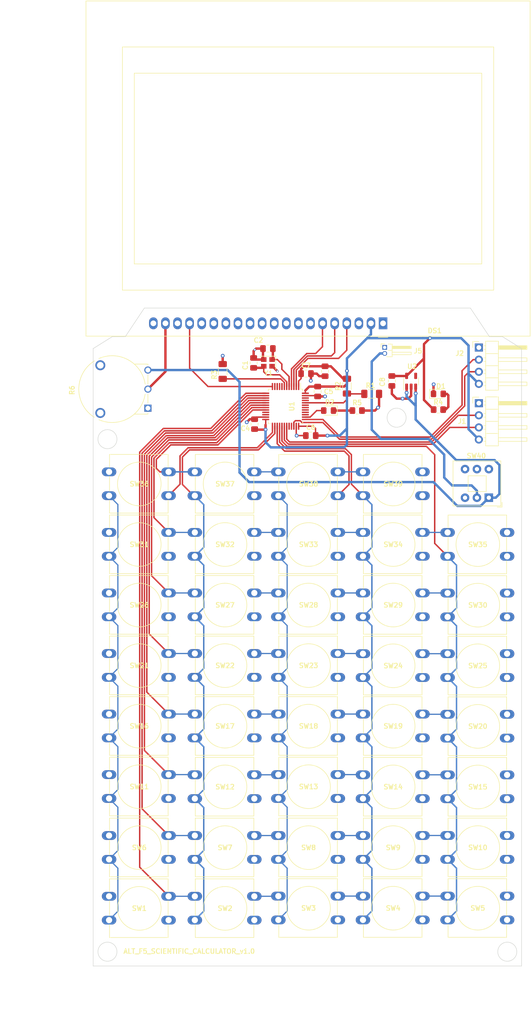
<source format=kicad_pcb>
(kicad_pcb (version 20221018) (generator pcbnew)
  (layers (0 "F.Cu" signal) (31 "B.Cu" signal) (34 "B.Paste" user) (35 "F.Paste" user) (36 "B.SilkS" user "B.Silkscreen") (37 "F.SilkS" user "F.Silkscreen") (38 "B.Mask" user) (39 "F.Mask" user) (44 "Edge.Cuts" user))
  (net 0 "")
  (net 1 "row0")
  (net 2 "row1")
  (net 3 "row2")
  (net 4 "row3")
  (net 5 "row4")
  (net 6 "row5")
  (net 7 "row7")
  (net 8 "col0")
  (net 9 "col1")
  (net 10 "col2")
  (net 11 "col3")
  (net 12 "col4")
  (net 13 "Net-(U1-PF1)")
  (net 14 "Net-(U1-PF0)")
  (net 15 "3.3V")
  (net 17 "RS")
  (net 18 "RW")
  (net 19 "E")
  (net 29 "RST")
  (net 31 "Net-(DS1-BLA)")
  (net 32 "row6")
  (net 39 "Net-(U1-BOOT0)")
  (net 40 "Net-(U1-NRST)")
  (net 50 "Net-(D1-A)")
  (net 51 "Net-(D2-A)")
  (net 52 "Net-(J1-Pin_3)")
  (net 53 "Net-(J1-Pin_2)")
  (net 54 "Net-(J2-Pin_3)")
  (net 55 "Net-(J2-Pin_2)")
  (net 56 "Net-(D2-K)")
  (net 58 "4.2V")
  (net 59 "/BATT")
  (net 61 "GND")
  (footprint "Resistor_SMD:R_1206_3216Metric_Pad1.30x1.75mm_HandSolder" (layer "F.Cu") (at 117.672258 116.5825 -90)
    (fp_text reference "R2")
    (fp_text value "0")
  )
  (footprint "Connector_PinHeader_1.27mm:PinHeader_1x02_P1.27mm_Horizontal" (layer "F.Cu") (at 125.61 108.4575)
    (fp_text reference "J5")
    (fp_text value "PWR")
  )
  (footprint "Capacitor_SMD:C_0805_2012Metric_Pad1.18x1.45mm_HandSolder" (layer "F.Cu") (at 101.072258 108.7075 180)
    (fp_text reference "C2")
    (fp_text value "20pF")
  )
  (footprint "Display:ST7920_128x64" (layer "F.Cu") (at 125.26 103.4075)
    (fp_text reference "DS1")
    (fp_text value "ST7920")
  )
  (footprint "Button_Switch_THT:SW_PUSH-12mm" (layer "F.Cu") (at 85.715 223.5825)
    (fp_text reference "SW2")
    (fp_text value "SW_Push")
  )
  (footprint "Capacitor_SMD:C_0805_2012Metric_Pad1.18x1.45mm_HandSolder" (layer "F.Cu") (at 127.11 115.495 -90)
    (fp_text reference "C8")
    (fp_text value "1uF")
  )
  (footprint "Button_Switch_THT:SW_PUSH-12mm" (layer "F.Cu") (at 138.82 159.985356)
    (fp_text reference "SW30")
    (fp_text value "SW_Push")
  )
  (footprint "Button_Switch_THT:SW_PUSH-12mm" (layer "F.Cu") (at 103.26 223.5425)
    (fp_text reference "SW3")
    (fp_text value "SW_Push")
  )
  (footprint "Button_Switch_THT:SW_PUSH-12mm" (layer "F.Cu") (at 121.04 147.2625)
    (fp_text reference "SW34")
    (fp_text value "SW_Push")
  )
  (footprint "Button_Switch_THT:SW_PUSH-12mm" (layer "F.Cu") (at 85.715 134.5625)
    (fp_text reference "SW37")
    (fp_text value "SW_Push")
  )
  (footprint "Button_Switch_THT:SW_PUSH-12mm" (layer "F.Cu") (at 138.82 223.5425)
    (fp_text reference "SW5")
    (fp_text value "SW_Push")
  )
  (footprint "Button_Switch_THT:SW_PUSH-12mm" (layer "F.Cu") (at 85.715 185.3625)
    (fp_text reference "SW17")
    (fp_text value "SW_Push")
  )
  (footprint "Capacitor_SMD:C_0805_2012Metric_Pad1.18x1.45mm_HandSolder" (layer "F.Cu") (at 98.272258 124.5575 90)
    (fp_text reference "C4")
    (fp_text value "100pF")
  )
  (footprint "Button_Switch_THT:SW_PUSH-12mm" (layer "F.Cu") (at 103.26 210.8425)
    (fp_text reference "SW8")
    (fp_text value "SW_Push")
  )
  (footprint "Button_Switch_THT:SW_PUSH-12mm" (layer "F.Cu") (at 85.715 147.2625)
    (fp_text reference "SW32")
    (fp_text value "SW_Push")
  )
  (footprint "Package_QFP:LQFP-48_7x7mm_P0.5mm" (layer "F.Cu") (at 104.772258 120.8275 -90)
    (fp_text reference "U1")
    (fp_text value "STM32F302CCTx")
  )
  (footprint "Capacitor_SMD:C_0805_2012Metric_Pad1.18x1.45mm_HandSolder" (layer "F.Cu") (at 110.072258 126.9575 180)
    (fp_text reference "C6")
    (fp_text value "100pF")
  )
  (footprint "Button_Switch_THT:SW_PUSH-12mm" (layer "F.Cu") (at 67.7 198.0625)
    (fp_text reference "SW11")
    (fp_text value "SW_Push")
  )
  (footprint "Button_Switch_THT:SW_Push_2P2T_Toggle_CK_PVA2OAH5xxxxxxV2" (layer "F.Cu") (at 147.4825 139.985 180)
    (fp_text reference "SW40")
    (fp_text value "SW_SPDT" hide)
  )
  (footprint "Connector_PinHeader_2.54mm:PinHeader_1x04_P2.54mm_Horizontal" (layer "F.Cu") (at 145.386 108.4875)
    (fp_text reference "J2")
    (fp_text value "SWD")
  )
  (footprint "Button_Switch_THT:SW_PUSH-12mm" (layer "F.Cu") (at 138.82 198.11964)
    (fp_text reference "SW15")
    (fp_text value "SW_Push")
  )
  (footprint "Resistor_SMD:R_1206_3216Metric_Pad1.30x1.75mm_HandSolder" (layer "F.Cu") (at 91.572258 113.5075 -90)
    (fp_text reference "R3")
    (fp_text value "0")
  )
  (footprint "Button_Switch_THT:SW_PUSH-12mm" (layer "F.Cu") (at 67.7 159.9625)
    (fp_text reference "SW26")
    (fp_text value "SW_Push")
  )
  (footprint "Resistor_SMD:R_1206_3216Metric_Pad1.30x1.75mm_HandSolder" (layer "F.Cu") (at 122.872258 118.2075)
    (fp_text reference "R1")
    (fp_text value "10K")
  )
  (footprint "Capacitor_SMD:C_0805_2012Metric_Pad1.18x1.45mm_HandSolder" (layer "F.Cu") (at 111.522258 117.7075 -90)
    (fp_text reference "C5")
    (fp_text value "100pF")
  )
  (footprint "Button_Switch_THT:SW_PUSH-12mm" (layer "F.Cu") (at 121.04 223.5425)
    (fp_text reference "SW4")
    (fp_text value "SW_Push")
  )
  (footprint "Button_Switch_THT:SW_PUSH-12mm" (layer "F.Cu") (at 103.26 172.6625)
    (fp_text reference "SW23")
    (fp_text value "SW_Push")
  )
  (footprint "Button_Switch_THT:SW_PUSH-12mm" (layer "F.Cu") (at 121.04 159.9625)
    (fp_text reference "SW29")
    (fp_text value "SW_Push")
  )
  (footprint "Button_Switch_THT:SW_PUSH-12mm" (layer "F.Cu") (at 121.04 185.3625)
    (fp_text reference "SW19")
    (fp_text value "SW_Push")
  )
  (footprint "Resistor_SMD:R_0805_2012Metric_Pad1.20x1.40mm_HandSolder" (layer "F.Cu") (at 119.822258 121.7075)
    (fp_text reference "R5")
    (fp_text value "330")
  )
  (footprint "Capacitor_SMD:C_0805_2012Metric_Pad1.18x1.45mm_HandSolder" (layer "F.Cu") (at 109.072258 113.9575)
    (fp_text reference "C7")
    (fp_text value "100pF")
  )
  (footprint "Button_Switch_THT:SW_PUSH-12mm" (layer "F.Cu") (at 67.7 172.6625)
    (fp_text reference "SW21")
    (fp_text value "SW_Push")
  )
  (footprint "Button_Switch_THT:SW_PUSH-12mm" (layer "F.Cu") (at 103.26 147.2625)
    (fp_text reference "SW33")
    (fp_text value "SW_Push")
  )
  (footprint "Capacitor_SMD:C_0805_2012Metric_Pad1.18x1.45mm_HandSolder" (layer "F.Cu") (at 98.072258 111.7075 90)
    (fp_text reference "C1")
    (fp_text value "20pF")
  )
  (footprint "Capacitor_SMD:C_0805_2012Metric_Pad1.18x1.45mm_HandSolder" (layer "F.Cu") (at 113.072258 113.4575 -90)
    (fp_text reference "C3" hide)
    (fp_text value "4uF")
  )
  (footprint "Button_Switch_THT:SW_PUSH-12mm" (layer "F.Cu") (at 85.715 198.1025)
    (fp_text reference "SW12")
    (fp_text value "SW_Push")
  )
  (footprint "Button_Switch_THT:SW_PUSH-12mm" (layer "F.Cu") (at 67.7 210.8425)
    (fp_text reference "SW6")
    (fp_text value "SW_Push")
  )
  (footprint "Connector_PinHeader_2.54mm:PinHeader_1x04_P2.54mm_Horizontal" (layer "F.Cu") (at 145.386 120.1615)
    (fp_text reference "J1")
    (fp_text value "UART" hide)
  )
  (footprint "Button_Switch_THT:SW_PUSH-12mm" (layer "F.Cu") (at 85.715 210.8425)
    (fp_text reference "SW7")
    (fp_text value "SW_Push")
  )
  (footprint "Button_Switch_THT:SW_PUSH-12mm" (layer "F.Cu") (at 103.26 134.5625)
    (fp_text reference "SW38")
    (fp_text value "SW_Push")
  )
  (footprint "Button_Switch_THT:SW_PUSH-12mm" (layer "F.Cu") (at 103.26 159.9625)
    (fp_text reference "SW28")
    (fp_text value "SW_Push")
  )
  (footprint "Button_Switch_THT:SW_PUSH-12mm" (layer "F.Cu") (at 85.715 172.6625)
    (fp_text reference "SW22")
    (fp_text value "SW_Push")
  )
  (footprint "LED_SMD:LED_0805_2012Metric_Pad1.15x1.40mm_HandSolder" (layer "F.Cu") (at 136.88575 118.2055)
    (fp_text reference "D1")
    (fp_text value "PWR_LED")
  )
  (footprint "Button_Switch_THT:SW_PUSH-12mm" (layer "F.Cu") (at 67.7 223.5825)
    (fp_text reference "SW1")
    (fp_text value "SW_Push")
  )
  (footprint "Resistor_SMD:R_0805_2012Metric_Pad1.20x1.40mm_HandSolder" (layer "F.Cu") (at 136.88575 121.5075)
    (fp_text reference "R4")
    (fp_text value "330")
  )
  (footprint "Button_Switch_THT:SW_PUSH-12mm" (layer "F.Cu") (at 138.82 147.273928)
    (fp_text reference "SW35")
    (fp_text value "SW_Push")
  )
  (footprint "Button_Switch_THT:SW_PUSH-12mm" (layer "F.Cu") (at 121.04 198.1025)
    (fp_text reference "SW14")
    (fp_text value "SW_Push")
  )
  (footprint "Button_Switch_THT:SW_PUSH-12mm" (layer "F.Cu") (at 121.04 134.5625)
    (fp_text reference "SW39")
    (fp_text value "SW_Push")
  )
  (footprint "Button_Switch_THT:SW_PUSH-12mm" (layer "F.Cu") (at 121.04 172.7025)
    (fp_text reference "SW24")
    (fp_text value "SW_Push")
  )
  (footprint "Button_Switch_THT:SW_PUSH-12mm" (layer "F.Cu") (at 67.7 147.2625)
    (fp_text reference "SW31")
    (fp_text value "SW_Push")
  )
  (footprint "POT:TRIM_RV100F-30-4K1B-B10K-B301" (layer "F.Cu") (at 68.36 117.2075 90)
    (fp_text reference "R6")
    (fp_text value "RV100F-30-4K1B-B10K-B301" hide)
  )
  (footprint "Button_Switch_THT:SW_PUSH-12mm" (layer "F.Cu") (at 85.715 159.9625)
    (fp_text reference "SW27")
    (fp_text value "SW_Push")
  )
  (footprint "Button_Switch_THT:SW_PUSH-12mm" (layer "F.Cu") (at 138.82 185.408212)
    (fp_text reference "SW20")
    (fp_text value "SW_Push")
  )
  (footprint "LED_SMD:LED_0805_2012Metric_Pad1.15x1.40mm_HandSolder" (layer "F.Cu") (at 113.822258 121.7075 180)
    (fp_text reference "D2")
    (fp_text value "STATUS_LED")
  )
  (footprint "Package_TO_SOT_SMD:SOT-23-5" (layer "F.Cu") (at 131.16 115.57 90)
    (fp_text reference "U2")
    (fp_text value "SPX3819M5-L-3-3")
  )
  (footprint "Button_Switch_THT:SW_PUSH-12mm" (layer "F.Cu") (at 67.7 134.5625)
    (fp_text reference "SW36")
    (fp_text value "SW_Push")
  )
  (footprint "Button_Switch_THT:SW_PUSH-12mm" (layer "F.Cu") (at 121.04 210.8425)
    (fp_text reference "SW9")
    (fp_text value "SW_Push")
  )
  (footprint "Button_Switch_THT:SW_PUSH-12mm" (layer "F.Cu") (at 103.26 185.3625)
    (fp_text reference "SW18")
    (fp_text value "SW_Push")
  )
  (footprint "Button_Switch_THT:SW_PUSH-12mm" (layer "F.Cu") (at 103.26 198.0625)
    (fp_text reference "SW13")
    (fp_text value "SW_Push")
  )
  (footprint "Button_Switch_THT:SW_PUSH-12mm" (layer "F.Cu") (at 138.82 210.831068)
    (fp_text reference "SW10")
    (fp_text value "SW_Push")
  )
  (footprint "Button_Switch_THT:SW_PUSH-12mm" (layer "F.Cu") (at 138.82 172.696784)
    (fp_text reference "SW25")
    (fp_text value "SW_Push")
  )
  (footprint "Crystal:Crystal_SMD_2520-4Pin_2.5x2.0mm" (layer "F.Cu") (at 101.072258 111.7075 180)
    (fp_text reference "Y1")
    (fp_text value "32MHz")
  )
  (footprint "Button_Switch_THT:SW_PUSH-12mm" (layer "F.Cu") (at 67.7 185.3625)
    (fp_text reference "SW16")
    (fp_text value "SW_Push")
  )
  (gr_circle (center 67.36 235.2075) (end 69.36 235.2075) (stroke (width 0.1)) (fill none) (layer "Edge.Cuts"))
  (gr_line (start 147.61 106.2075) (end 143.61 100.2075) (stroke (width 0.1)) (layer "Edge.Cuts"))
  (gr_circle (center 67.36 127.7075) (end 69.36 127.7075) (stroke (width 0.1)) (fill none) (layer "Edge.Cuts"))
  (gr_line (start 143.61 100.2075) (end 75.11 100.2075) (stroke (width 0.1)) (layer "Edge.Cuts"))
  (gr_line (start 154.36 108.7075) (end 150.36 106.2075) (stroke (width 0.1)) (layer "Edge.Cuts"))
  (gr_line (start 64.36 108.7075) (end 64.36 238.2075) (stroke (width 0.1)) (layer "Edge.Cuts"))
  (gr_line (start 64.36 238.2075) (end 154.36 238.2075) (stroke (width 0.1)) (layer "Edge.Cuts"))
  (gr_circle (center 128.11 123.2075) (end 130.11 123.2075) (stroke (width 0.1)) (fill none) (layer "Edge.Cuts"))
  (gr_line (start 147.61 106.2075) (end 150.36 106.2075) (stroke (width 0.1)) (layer "Edge.Cuts"))
  (gr_line (start 71.11 106.2075) (end 75.11 100.2075) (stroke (width 0.1)) (layer "Edge.Cuts"))
  (gr_circle (center 151.36 235.2075) (end 153.36 235.2075) (stroke (width 0.1)) (fill none) (layer "Edge.Cuts"))
  (gr_line (start 71.11 106.2075) (end 68.36 106.2075) (stroke (width 0.1)) (layer "Edge.Cuts"))
  (gr_line (start 154.36 238.2075) (end 154.36 108.7075) (stroke (width 0.1)) (layer "Edge.Cuts"))
  (gr_line (start 64.36 108.7075) (end 68.36 106.2075) (stroke (width 0.1)) (layer "Edge.Cuts"))
  (gr_text "ALT_F5_SCIENTIFIC_CALCULATOR_v1.0" (at 70.61 235.7075) (layer "F.SilkS") (effects (font (size 1 1) (thickness 0.2) bold) (justify left bottom)))
  (segment (start 74.13 130.4375) (end 79.11 125.4575) (width 0.3) (layer "F.Cu") (net 1))
  (segment (start 79.11 125.4575) (end 89.072258 125.4575) (width 0.3) (layer "F.Cu") (net 1))
  (segment (start 96.452258 118.0775) (end 100.609758 118.0775) (width 0.3) (layer "F.Cu") (net 1))
  (segment (start 74.13 217.4775) (end 74.13 130.4375) (width 0.3) (layer "F.Cu") (net 1))
  (segment (start 80.235 223.5825) (end 74.13 217.4775) (width 0.3) (layer "F.Cu") (net 1))
  (segment (start 89.072258 125.4575) (end 96.452258 118.0775) (width 0.3) (layer "F.Cu") (net 1))
  (segment (start 103.22 223.5825) (end 103.26 223.5425) (width 0.25) (layer "B.Cu") (net 1))
  (segment (start 80.2 223.5825) (end 85.715 223.5825) (width 0.25) (layer "B.Cu") (net 1))
  (segment (start 98.215 223.5825) (end 103.22 223.5825) (width 0.25) (layer "B.Cu") (net 1))
  (segment (start 115.76 223.5425) (end 121.04 223.5425) (width 0.25) (layer "B.Cu") (net 1))
  (segment (start 133.54 223.5425) (end 138.82 223.5425) (width 0.25) (layer "B.Cu") (net 1))
  (segment (start 80.235 210.8425) (end 74.63 205.2375) (width 0.3) (layer "F.Cu") (net 2))
  (segment (start 74.63 130.644606) (end 79.317106 125.9575) (width 0.3) (layer "F.Cu") (net 2))
  (segment (start 96.659364 118.5775) (end 100.609758 118.5775) (width 0.3) (layer "F.Cu") (net 2))
  (segment (start 89.279364 125.9575) (end 96.659364 118.5775) (width 0.3) (layer "F.Cu") (net 2))
  (segment (start 79.317106 125.9575) (end 89.279364 125.9575) (width 0.3) (layer "F.Cu") (net 2))
  (segment (start 74.63 205.2375) (end 74.63 130.644606) (width 0.3) (layer "F.Cu") (net 2))
  (segment (start 103.26 210.8425) (end 98.215 210.8425) (width 0.25) (layer "B.Cu") (net 2))
  (segment (start 121.04 210.8425) (end 115.76 210.8425) (width 0.25) (layer "B.Cu") (net 2))
  (segment (start 133.551432 210.831068) (end 133.54 210.8425) (width 0.25) (layer "B.Cu") (net 2))
  (segment (start 138.82 210.831068) (end 133.551432 210.831068) (width 0.25) (layer "B.Cu") (net 2))
  (segment (start 85.715 210.8425) (end 80.2 210.8425) (width 0.25) (layer "B.Cu") (net 2))
  (segment (start 75.13 130.851712) (end 79.574212 126.4075) (width 0.3) (layer "F.Cu") (net 3))
  (segment (start 75.13 192.9975) (end 75.13 130.851712) (width 0.3) (layer "F.Cu") (net 3))
  (segment (start 80.235 198.1025) (end 75.13 192.9975) (width 0.3) (layer "F.Cu") (net 3))
  (segment (start 89.53647 126.4075) (end 89.850235 126.093735) (width 0.3) (layer "F.Cu") (net 3))
  (segment (start 96.86647 119.0775) (end 100.609758 119.0775) (width 0.3) (layer "F.Cu") (net 3))
  (segment (start 89.850235 126.093735) (end 96.86647 119.0775) (width 0.3) (layer "F.Cu") (net 3))
  (segment (start 79.574212 126.4075) (end 89.53647 126.4075) (width 0.3) (layer "F.Cu") (net 3))
  (segment (start 121 198.0625) (end 121.04 198.1025) (width 0.25) (layer "B.Cu") (net 3))
  (segment (start 80.2 198.0625) (end 85.675 198.0625) (width 0.25) (layer "B.Cu") (net 3))
  (segment (start 85.675 198.0625) (end 85.715 198.1025) (width 0.25) (layer "B.Cu") (net 3))
  (segment (start 103.22 198.1025) (end 103.26 198.0625) (width 0.25) (layer "B.Cu") (net 3))
  (segment (start 138.80286 198.1025) (end 138.82 198.11964) (width 0.25) (layer "B.Cu") (net 3))
  (segment (start 133.54 198.1025) (end 138.80286 198.1025) (width 0.25) (layer "B.Cu") (net 3))
  (segment (start 115.76 198.0625) (end 121 198.0625) (width 0.25) (layer "B.Cu") (net 3))
  (segment (start 98.215 198.1025) (end 103.22 198.1025) (width 0.25) (layer "B.Cu") (net 3))
  (segment (start 75.63 180.7575) (end 75.63 131.058818) (width 0.3) (layer "F.Cu") (net 4))
  (segment (start 80.235 185.3625) (end 75.63 180.7575) (width 0.3) (layer "F.Cu") (net 4))
  (segment (start 79.731318 126.9575) (end 89.693576 126.9575) (width 0.3) (layer "F.Cu") (net 4))
  (segment (start 75.63 131.058818) (end 79.731318 126.9575) (width 0.3) (layer "F.Cu") (net 4))
  (segment (start 97.073576 119.5775) (end 100.609758 119.5775) (width 0.3) (layer "F.Cu") (net 4))
  (segment (start 89.693576 126.9575) (end 97.073576 119.5775) (width 0.3) (layer "F.Cu") (net 4))
  (segment (start 103.26 185.3625) (end 98.215 185.3625) (width 0.25) (layer "B.Cu") (net 4))
  (segment (start 121.04 185.3625) (end 115.76 185.3625) (width 0.25) (layer "B.Cu") (net 4))
  (segment (start 85.715 185.3625) (end 80.2 185.3625) (width 0.25) (layer "B.Cu") (net 4))
  (segment (start 138.82 185.408212) (end 133.585712 185.408212) (width 0.25) (layer "B.Cu") (net 4))
  (segment (start 133.585712 185.408212) (end 133.54 185.3625) (width 0.25) (layer "B.Cu") (net 4))
  (segment (start 76.13 131.265924) (end 79.988424 127.4075) (width 0.3) (layer "F.Cu") (net 5))
  (segment (start 89.950682 127.4075) (end 92.081341 125.276841) (width 0.3) (layer "F.Cu") (net 5))
  (segment (start 97.280682 120.0775) (end 100.609758 120.0775) (width 0.3) (layer "F.Cu") (net 5))
  (segment (start 80.235 172.6625) (end 76.13 168.5575) (width 0.3) (layer "F.Cu") (net 5))
  (segment (start 79.988424 127.4075) (end 89.950682 127.4075) (width 0.3) (layer "F.Cu") (net 5))
  (segment (start 92.081341 125.276841) (end 97.280682 120.0775) (width 0.3) (layer "F.Cu") (net 5))
  (segment (start 76.13 168.5575) (end 76.13 131.265924) (width 0.3) (layer "F.Cu") (net 5))
  (segment (start 133.54 172.7025) (end 138.814284 172.7025) (width 0.25) (layer "B.Cu") (net 5))
  (segment (start 138.814284 172.7025) (end 138.82 172.696784) (width 0.25) (layer "B.Cu") (net 5))
  (segment (start 80.2 172.6625) (end 85.715 172.6625) (width 0.25) (layer "B.Cu") (net 5))
  (segment (start 115.76 172.6625) (end 121 172.6625) (width 0.25) (layer "B.Cu") (net 5))
  (segment (start 121 172.6625) (end 121.04 172.7025) (width 0.25) (layer "B.Cu") (net 5))
  (segment (start 98.215 172.6625) (end 103.26 172.6625) (width 0.25) (layer "B.Cu") (net 5))
  (segment (start 76.63 131.47303) (end 80.24553 127.8575) (width 0.3) (layer "F.Cu") (net 6))
  (segment (start 76.63 156.3575) (end 76.63 131.47303) (width 0.3) (layer "F.Cu") (net 6))
  (segment (start 80.24553 127.8575) (end 90.207788 127.8575) (width 0.3) (layer "F.Cu") (net 6))
  (segment (start 80.235 159.9625) (end 76.63 156.3575) (width 0.3) (layer "F.Cu") (net 6))
  (segment (start 100.609758 120.5775) (end 97.487788 120.5775) (width 0.3) (layer "F.Cu") (net 6))
  (segment (start 97.487788 120.5775) (end 90.783894 127.281394) (width 0.3) (layer "F.Cu") (net 6))
  (segment (start 90.207788 127.8575) (end 90.783894 127.281394) (width 0.3) (layer "F.Cu") (net 6))
  (segment (start 115.76 159.9625) (end 121.04 159.9625) (width 0.25) (layer "B.Cu") (net 6))
  (segment (start 80.2 159.9625) (end 85.715 159.9625) (width 0.25) (layer "B.Cu") (net 6))
  (segment (start 98.215 159.9625) (end 103.26 159.9625) (width 0.25) (layer "B.Cu") (net 6))
  (segment (start 133.54 159.9625) (end 138.797144 159.9625) (width 0.25) (layer "B.Cu") (net 6))
  (segment (start 138.797144 159.9625) (end 138.82 159.985356) (width 0.25) (layer "B.Cu") (net 6))
  (segment (start 97.902001 121.5775) (end 100.609758 121.5775) (width 0.3) (layer "F.Cu") (net 7))
  (segment (start 90.572 128.9075) (end 91.618 127.8615) (width 0.3) (layer "F.Cu") (net 7))
  (segment (start 78.376 134.5625) (end 77.63 133.8165) (width 0.3) (layer "F.Cu") (net 7))
  (segment (start 77.63 131.9375) (end 80.66 128.9075) (width 0.3) (layer "F.Cu") (net 7))
  (segment (start 91.618 127.8615) (end 97.902001 121.5775) (width 0.3) (layer "F.Cu") (net 7))
  (segment (start 80.2 134.5625) (end 78.376 134.5625) (width 0.3) (layer "F.Cu") (net 7))
  (segment (start 80.66 128.9075) (end 90.572 128.9075) (width 0.3) (layer "F.Cu") (net 7))
  (segment (start 77.63 133.8165) (end 77.63 131.9375) (width 0.3) (layer "F.Cu") (net 7))
  (segment (start 98.215 134.5625) (end 103.26 134.5625) (width 0.25) (layer "B.Cu") (net 7))
  (segment (start 80.2 134.5625) (end 85.715 134.5625) (width 0.3) (layer "B.Cu") (net 7))
  (segment (start 115.76 134.5625) (end 121.04 134.5625) (width 0.25) (layer "B.Cu") (net 7))
  (segment (start 82.61 131.2075) (end 82.61 137.1525) (width 0.3) (layer "F.Cu") (net 8))
  (segment (start 98.832918 129.5075) (end 84.31 129.5075) (width 0.3) (layer "F.Cu") (net 8))
  (segment (start 83.961 129.8565) (end 82.61 131.2075) (width 0.3) (layer "F.Cu") (net 8))
  (segment (start 82.61 137.1525) (end 80.2 139.5625) (width 0.3) (layer "F.Cu") (net 8))
  (segment (start 99.350459 128.989959) (end 98.832918 129.5075) (width 0.3) (layer "F.Cu") (net 8))
  (segment (start 84.31 129.5075) (end 83.961 129.8565) (width 0.3) (layer "F.Cu") (net 8))
  (segment (start 102.022258 124.99) (end 102.022258 126.318161) (width 0.3) (layer "F.Cu") (net 8))
  (segment (start 102.022258 126.318161) (end 99.350459 128.989959) (width 0.3) (layer "F.Cu") (net 8))
  (segment (start 99.350459 128.989959) (end 98.882919 129.4575) (width 0.3) (layer "F.Cu") (net 8))
  (segment (start 69.549 217.6915) (end 69.549 226.7335) (width 0.25) (layer "B.Cu") (net 8))
  (segment (start 69.549 204.9115) (end 69.549 213.9935) (width 0.25) (layer "B.Cu") (net 8))
  (segment (start 69.549 163.1135) (end 67.7 164.9625) (width 0.25) (layer "B.Cu") (net 8))
  (segment (start 69.549 188.5135) (end 67.7 190.3625) (width 0.25) (layer "B.Cu") (net 8))
  (segment (start 67.7 177.6625) (end 69.549 179.5115) (width 0.25) (layer "B.Cu") (net 8))
  (segment (start 67.7 215.8425) (end 69.549 217.6915) (width 0.25) (layer "B.Cu") (net 8))
  (segment (start 69.549 166.8115) (end 69.549 175.8135) (width 0.25) (layer "B.Cu") (net 8))
  (segment (start 67.7 164.9625) (end 69.549 166.8115) (width 0.25) (layer "B.Cu") (net 8))
  (segment (start 69.549 226.7335) (end 67.7 228.5825) (width 0.25) (layer "B.Cu") (net 8))
  (segment (start 69.549 141.4115) (end 69.549 150.4135) (width 0.25) (layer "B.Cu") (net 8))
  (segment (start 69.549 175.8135) (end 67.7 177.6625) (width 0.25) (layer "B.Cu") (net 8))
  (segment (start 69.549 179.5115) (end 69.549 188.5135) (width 0.25) (layer "B.Cu") (net 8))
  (segment (start 67.7 139.5625) (end 69.549 141.4115) (width 0.25) (layer "B.Cu") (net 8))
  (segment (start 69.549 192.2115) (end 69.549 201.2135) (width 0.25) (layer "B.Cu") (net 8))
  (segment (start 67.7 203.0625) (end 69.549 204.9115) (width 0.25) (layer "B.Cu") (net 8))
  (segment (start 69.549 150.4135) (end 67.7 152.2625) (width 0.25) (layer "B.Cu") (net 8))
  (segment (start 67.7 190.3625) (end 69.549 192.2115) (width 0.25) (layer "B.Cu") (net 8))
  (segment (start 69.549 213.9935) (end 67.7 215.8425) (width 0.25) (layer "B.Cu") (net 8))
  (segment (start 69.549 201.2135) (end 67.7 203.0625) (width 0.25) (layer "B.Cu") (net 8))
  (segment (start 69.549 154.1115) (end 69.549 163.1135) (width 0.25) (layer "B.Cu") (net 8))
  (segment (start 67.7 152.2625) (end 69.549 154.1115) (width 0.25) (layer "B.Cu") (net 8))
  (segment (start 102.522258 124.99) (end 102.522258 126.525267) (width 0.3) (layer "F.Cu") (net 9))
  (segment (start 84.61 129.9575) (end 83.11 131.4575) (width 0.3) (layer "F.Cu") (net 9))
  (segment (start 83.11 137.2075) (end 85.465 139.5625) (width 0.3) (layer "F.Cu") (net 9))
  (segment (start 99.958013 129.089513) (end 99.090025 129.9575) (width 0.3) (layer "F.Cu") (net 9))
  (segment (start 85.465 139.5625) (end 85.715 139.5625) (width 0.3) (layer "F.Cu") (net 9))
  (segment (start 99.887302 129.089513) (end 99.019314 129.9575) (width 0.3) (layer "F.Cu") (net 9))
  (segment (start 99.019314 129.9575) (end 84.61 129.9575) (width 0.3) (layer "F.Cu") (net 9))
  (segment (start 102.522258 126.525267) (end 99.958013 129.089513) (width 0.3) (layer "F.Cu") (net 9))
  (segment (start 83.11 131.4575) (end 83.11 137.2075) (width 0.3) (layer "F.Cu") (net 9))
  (segment (start 99.958013 129.089513) (end 99.887302 129.089513) (width 0.3) (layer "F.Cu") (net 9))
  (segment (start 87.589 141.4365) (end 87.589 150.3885) (width 0.3) (layer "B.Cu") (net 9))
  (segment (start 87.589 179.5365) (end 87.589 188.4885) (width 0.3) (layer "B.Cu") (net 9))
  (segment (start 87.589 213.9685) (end 85.715 215.8425) (width 0.3) (layer "B.Cu") (net 9))
  (segment (start 87.589 154.1365) (end 87.589 163.0885) (width 0.3) (layer "B.Cu") (net 9))
  (segment (start 87.589 226.7085) (end 85.715 228.5825) (width 0.3) (layer "B.Cu") (net 9))
  (segment (start 87.589 192.2365) (end 87.589 201.2285) (width 0.3) (layer "B.Cu") (net 9))
  (segment (start 85.715 177.6625) (end 87.589 179.5365) (width 0.3) (layer "B.Cu") (net 9))
  (segment (start 85.715 203.1025) (end 87.589 204.9765) (width 0.3) (layer "B.Cu") (net 9))
  (segment (start 87.589 217.7165) (end 87.589 226.7085) (width 0.3) (layer "B.Cu") (net 9))
  (segment (start 87.589 175.7885) (end 85.715 177.6625) (width 0.3) (layer "B.Cu") (net 9))
  (segment (start 85.715 152.2625) (end 87.589 154.1365) (width 0.3) (layer "B.Cu") (net 9))
  (segment (start 85.715 215.8425) (end 87.589 217.7165) (width 0.3) (layer "B.Cu") (net 9))
  (segment (start 87.589 163.0885) (end 85.715 164.9625) (width 0.3) (layer "B.Cu") (net 9))
  (segment (start 87.589 150.3885) (end 85.715 152.2625) (width 0.3) (layer "B.Cu") (net 9))
  (segment (start 85.715 139.5625) (end 87.589 141.4365) (width 0.3) (layer "B.Cu") (net 9))
  (segment (start 87.589 188.4885) (end 85.715 190.3625) (width 0.3) (layer "B.Cu") (net 9))
  (segment (start 85.715 190.3625) (end 87.589 192.2365) (width 0.3) (layer "B.Cu") (net 9))
  (segment (start 87.589 201.2285) (end 85.715 203.1025) (width 0.3) (layer "B.Cu") (net 9))
  (segment (start 87.589 166.8365) (end 87.589 175.7885) (width 0.3) (layer "B.Cu") (net 9))
  (segment (start 85.715 164.9625) (end 87.589 166.8365) (width 0.3) (layer "B.Cu") (net 9))
  (segment (start 87.589 204.9765) (end 87.589 213.9685) (width 0.3) (layer "B.Cu") (net 9))
  (segment (start 117.11 130.2075) (end 118.11 131.2075) (width 0.3) (layer "F.Cu") (net 10))
  (segment (start 103.022258 128.6575) (end 104.572258 130.2075) (width 0.3) (layer "F.Cu") (net 10))
  (segment (start 118.11 137.2125) (end 115.76 139.5625) (width 0.3) (layer "F.Cu") (net 10))
  (segment (start 104.572258 130.2075) (end 117.11 130.2075) (width 0.3) (layer "F.Cu") (net 10))
  (segment (start 103.022258 124.99) (end 103.022258 128.6575) (width 0.3) (layer "F.Cu") (net 10))
  (segment (start 118.11 131.2075) (end 118.11 137.2125) (width 0.3) (layer "F.Cu") (net 10))
  (segment (start 103.26 152.2625) (end 105.109 154.1115) (width 0.25) (layer "B.Cu") (net 10))
  (segment (start 103.26 203.0625) (end 105.109 204.9115) (width 0.25) (layer "B.Cu") (net 10))
  (segment (start 105.109 213.9935) (end 103.26 215.8425) (width 0.25) (layer "B.Cu") (net 10))
  (segment (start 105.109 192.2115) (end 105.109 201.2135) (width 0.25) (layer "B.Cu") (net 10))
  (segment (start 103.26 139.5625) (end 105.109 141.4115) (width 0.25) (layer "B.Cu") (net 10))
  (segment (start 105.109 217.6915) (end 105.109 226.6935) (width 0.25) (layer "B.Cu") (net 10))
  (segment (start 105.109 204.9115) (end 105.109 213.9935) (width 0.25) (layer "B.Cu") (net 10))
  (segment (start 105.109 201.2135) (end 103.26 203.0625) (width 0.25) (layer "B.Cu") (net 10))
  (segment (start 105.109 179.5115) (end 105.109 188.5135) (width 0.25) (layer "B.Cu") (net 10))
  (segment (start 105.109 175.8135) (end 103.26 177.6625) (width 0.25) (layer "B.Cu") (net 10))
  (segment (start 105.109 141.4115) (end 105.109 150.4135) (width 0.25) (layer "B.Cu") (net 10))
  (segment (start 103.26 215.8425) (end 105.109 217.6915) (width 0.25) (layer "B.Cu") (net 10))
  (segment (start 103.26 190.3625) (end 105.109 192.2115) (width 0.25) (layer "B.Cu") (net 10))
  (segment (start 105.109 163.1135) (end 103.26 164.9625) (width 0.25) (layer "B.Cu") (net 10))
  (segment (start 103.26 164.9625) (end 105.109 166.8115) (width 0.25) (layer "B.Cu") (net 10))
  (segment (start 105.109 226.6935) (end 103.26 228.5425) (width 0.25) (layer "B.Cu") (net 10))
  (segment (start 105.109 188.5135) (end 103.26 190.3625) (width 0.25) (layer "B.Cu") (net 10))
  (segment (start 105.109 166.8115) (end 105.109 175.8135) (width 0.25) (layer "B.Cu") (net 10))
  (segment (start 103.26 177.6625) (end 105.109 179.5115) (width 0.25) (layer "B.Cu") (net 10))
  (segment (start 105.109 150.4135) (end 103.26 152.2625) (width 0.25) (layer "B.Cu") (net 10))
  (segment (start 105.109 154.1115) (end 105.109 163.1135) (width 0.25) (layer "B.Cu") (net 10))
  (segment (start 117.36 129.7075) (end 118.61 130.9575) (width 0.3) (layer "F.Cu") (net 11))
  (segment (start 118.61 130.9575) (end 118.61 137.1325) (width 0.3) (layer "F.Cu") (net 11))
  (segment (start 103.522258 124.99) (end 103.522258 128.321712) (width 0.3) (layer "F.Cu") (net 11))
  (segment (start 103.522258 128.321712) (end 104.908046 129.7075) (width 0.3) (layer "F.Cu") (net 11))
  (segment (start 104.908046 129.7075) (end 117.36 129.7075) (width 0.3) (layer "F.Cu") (net 11))
  (segment (start 118.61 137.1325) (end 121.04 139.5625) (width 0.3) (layer "F.Cu") (net 11))
  (segment (start 122.914 175.8285) (end 121.04 177.7025) (width 0.3) (layer "B.Cu") (net 11))
  (segment (start 121.04 177.7025) (end 122.914 179.5765) (width 0.3) (layer "B.Cu") (net 11))
  (segment (start 122.914 213.9685) (end 121.04 215.8425) (width 0.3) (layer "B.Cu") (net 11))
  (segment (start 122.914 204.9765) (end 122.914 213.9685) (width 0.3) (layer "B.Cu") (net 11))
  (segment (start 122.914 141.4365) (end 122.914 150.3885) (width 0.3) (layer "B.Cu") (net 11))
  (segment (start 122.914 226.6685) (end 121.04 228.5425) (width 0.3) (layer "B.Cu") (net 11))
  (segment (start 121.04 190.3625) (end 122.914 192.2365) (width 0.3) (layer "B.Cu") (net 11))
  (segment (start 122.914 201.2285) (end 121.04 203.1025) (width 0.3) (layer "B.Cu") (net 11))
  (segment (start 121.04 215.8425) (end 122.914 217.7165) (width 0.3) (layer "B.Cu") (net 11))
  (segment (start 122.914 154.1365) (end 122.914 163.0885) (width 0.3) (layer "B.Cu") (net 11))
  (segment (start 122.914 188.4885) (end 121.04 190.3625) (width 0.3) (layer "B.Cu") (net 11))
  (segment (start 122.914 163.0885) (end 121.04 164.9625) (width 0.3) (layer "B.Cu") (net 11))
  (segment (start 122.914 166.8365) (end 122.914 175.8285) (width 0.3) (layer "B.Cu") (net 11))
  (segment (start 121.04 203.1025) (end 122.914 204.9765) (width 0.3) (layer "B.Cu") (net 11))
  (segment (start 122.914 150.3885) (end 121.04 152.2625) (width 0.3) (layer "B.Cu") (net 11))
  (segment (start 121.04 164.9625) (end 122.914 166.8365) (width 0.3) (layer "B.Cu") (net 11))
  (segment (start 121.04 139.5625) (end 122.914 141.4365) (width 0.3) (layer "B.Cu") (net 11))
  (segment (start 121.04 152.2625) (end 122.914 154.1365) (width 0.3) (layer "B.Cu") (net 11))
  (segment (start 122.914 192.2365) (end 122.914 201.2285) (width 0.3) (layer "B.Cu") (net 11))
  (segment (start 122.914 217.7165) (end 122.914 226.6685) (width 0.3) (layer "B.Cu") (net 11))
  (segment (start 122.914 179.5765) (end 122.914 188.4885) (width 0.3) (layer "B.Cu") (net 11))
  (segment (start 105.115152 129.2075) (end 104.022258 128.114606) (width 0.3) (layer "F.Cu") (net 12))
  (segment (start 138.82 152.273928) (end 136.11 149.563928) (width 0.3) (layer "F.Cu") (net 12))
  (segment (start 104.022258 128.114606) (end 104.022258 124.99) (width 0.3) (layer "F.Cu") (net 12))
  (segment (start 136.11 149.563928) (end 136.11 130.9575) (width 0.3) (layer "F.Cu") (net 12))
  (segment (start 134.36 129.2075) (end 105.115152 129.2075) (width 0.3) (layer "F.Cu") (net 12))
  (segment (start 136.11 130.9575) (end 134.36 129.2075) (width 0.3) (layer "F.Cu") (net 12))
  (segment (start 138.82 164.985356) (end 140.694 166.859356) (width 0.3) (layer "B.Cu") (net 12))
  (segment (start 138.82 177.696784) (end 140.694 179.570784) (width 0.3) (layer "B.Cu") (net 12))
  (segment (start 140.694 217.705068) (end 140.694 226.6685) (width 0.3) (layer "B.Cu") (net 12))
  (segment (start 140.694 154.147928) (end 140.694 163.111356) (width 0.3) (layer "B.Cu") (net 12))
  (segment (start 138.82 152.273928) (end 140.694 154.147928) (width 0.3) (layer "B.Cu") (net 12))
  (segment (start 140.694 204.99364) (end 140.694 213.957068) (width 0.3) (layer "B.Cu") (net 12))
  (segment (start 140.694 163.111356) (end 138.82 164.985356) (width 0.3) (layer "B.Cu") (net 12))
  (segment (start 140.694 192.282212) (end 140.694 201.24564) (width 0.3) (layer "B.Cu") (net 12))
  (segment (start 140.694 175.822784) (end 138.82 177.696784) (width 0.3) (layer "B.Cu") (net 12))
  (segment (start 138.82 215.831068) (end 140.694 217.705068) (width 0.3) (layer "B.Cu") (net 12))
  (segment (start 140.694 188.534212) (end 138.82 190.408212) (width 0.3) (layer "B.Cu") (net 12))
  (segment (start 140.694 179.570784) (end 140.694 188.534212) (width 0.3) (layer "B.Cu") (net 12))
  (segment (start 140.694 166.859356) (end 140.694 175.822784) (width 0.3) (layer "B.Cu") (net 12))
  (segment (start 140.694 201.24564) (end 138.82 203.11964) (width 0.3) (layer "B.Cu") (net 12))
  (segment (start 140.694 226.6685) (end 138.82 228.5425) (width 0.3) (layer "B.Cu") (net 12))
  (segment (start 138.82 190.408212) (end 140.694 192.282212) (width 0.3) (layer "B.Cu") (net 12))
  (segment (start 138.82 203.11964) (end 140.694 204.99364) (width 0.3) (layer "B.Cu") (net 12))
  (segment (start 140.694 213.957068) (end 138.82 215.831068) (width 0.3) (layer "B.Cu") (net 12))
  (segment (start 103.539695 114.2075) (end 100.822258 114.2075) (width 0.3) (layer "F.Cu") (net 13))
  (segment (start 105.022258 115.7075) (end 105.022258 115.690063) (width 0.3) (layer "F.Cu") (net 13))
  (segment (start 99.859758 112.745) (end 100.197258 112.4075) (width 0.5) (layer "F.Cu") (net 13))
  (segment (start 100.197258 113.5825) (end 100.197258 112.4075) (width 0.3) (layer "F.Cu") (net 13))
  (segment (start 98.072258 112.745) (end 99.859758 112.745) (width 0.5) (layer "F.Cu") (net 13))
  (segment (start 105.022258 115.7075) (end 105.022258 116.665) (width 0.3) (layer "F.Cu") (net 13))
  (segment (start 100.822258 114.2075) (end 100.197258 113.5825) (width 0.3) (layer "F.Cu") (net 13))
  (segment (start 105.022258 115.690063) (end 103.539695 114.2075) (width 0.3) (layer "F.Cu") (net 13))
  (segment (start 102.109758 110.845) (end 101.947258 111.0075) (width 0.5) (layer "F.Cu") (net 14))
  (segment (start 103.997258 113.0495) (end 105.522258 114.5745) (width 0.3) (layer "F.Cu") (net 14))
  (segment (start 103.997258 111.9575) (end 103.047258 111.0075) (width 0.3) (layer "F.Cu") (net 14))
  (segment (start 103.997258 113.0495) (end 103.997258 111.9575) (width 0.3) (layer "F.Cu") (net 14))
  (segment (start 105.522258 115.5895) (end 105.522258 116.665) (width 0.3) (layer "F.Cu") (net 14))
  (segment (start 105.522258 114.87) (end 105.522258 114.9575) (width 0.3) (layer "F.Cu") (net 14))
  (segment (start 103.047258 111.0075) (end 101.947258 111.0075) (width 0.3) (layer "F.Cu") (net 14))
  (segment (start 105.522258 114.5745) (end 105.522258 115.5895) (width 0.3) (layer "F.Cu") (net 14))
  (segment (start 105.522258 114.9575) (end 105.522258 115.5895) (width 0.3) (layer "F.Cu") (net 14))
  (segment (start 102.109758 108.7075) (end 102.109758 110.845) (width 0.5) (layer "F.Cu") (net 14))
  (segment (start 105.522258 114.9575) (end 105.522258 114.94071) (width 0.3) (layer "F.Cu") (net 14))
  (segment (start 111.072258 125.4575) (end 110.604758 124.99) (width 0.3) (layer "F.Cu") (net 15))
  (segment (start 109.759758 116.67) (end 111.522258 116.67) (width 0.5) (layer "F.Cu") (net 15))
  (segment (start 117.672258 115.0325) (end 116.897258 115.0325) (width 0.5) (layer "F.Cu") (net 15))
  (segment (start 108.609758 112.42) (end 108.034758 112.995) (width 0.5) (layer "F.Cu") (net 15))
  (segment (start 111.109758 126.9575) (end 111.072258 126.92) (width 0.3) (layer "F.Cu") (net 15))
  (segment (start 135.11 106.516629) (end 133.86 107.766629) (width 0.5) (layer "F.Cu") (net 15))
  (segment (start 107.522258 115.5075) (end 108.034758 114.995) (width 0.3) (layer "F.Cu") (net 15))
  (segment (start 108.934758 118.0775) (end 108.934758 117.495) (width 0.3) (layer "F.Cu") (net 15))
  (segment (start 98.384758 125.7075) (end 98.272258 125.595) (width 0.5) (layer "F.Cu") (net 15))
  (segment (start 117.672258 116.1075) (end 117.109758 116.67) (width 0.5) (layer "F.Cu") (net 15))
  (segment (start 117.109758 116.67) (end 111.522258 116.67) (width 0.5) (layer "F.Cu") (net 15))
  (segment (start 107.522258 116.665) (end 107.522258 115.5075) (width 0.3) (layer "F.Cu") (net 15))
  (segment (start 108.034758 112.995) (end 108.034758 113.9575) (width 0.5) (layer "F.Cu") (net 15))
  (segment (start 100.572258 125.7075) (end 98.384758 125.7075) (width 0.5) (layer "F.Cu") (net 15))
  (segment (start 133.86 109.7075) (end 133.86 119.48175) (width 0.5) (layer "F.Cu") (net 15))
  (segment (start 133.86 119.48175) (end 135.88575 121.5075) (width 0.5) (layer "F.Cu") (net 15))
  (segment (start 108.934758 117.495) (end 109.759758 116.67) (width 0.5) (layer "F.Cu") (net 15))
  (segment (start 113.572258 126.9575) (end 111.109758 126.9575) (width 0.5) (layer "F.Cu") (net 15))
  (segment (start 133.86 109.7075) (end 133.86 110.7825) (width 0.5) (layer "F.Cu") (net 15))
  (segment (start 108.034758 114.995) (end 108.034758 113.9575) (width 0.3) (layer "F.Cu") (net 15))
  (segment (start 133.86 110.7825) (end 133.86 107.9575) (width 0.5) (layer "F.Cu") (net 15))
  (segment (start 117.672258 115.0325) (end 117.672258 116.1075) (width 0.5) (layer "F.Cu") (net 15))
  (segment (start 113.072258 112.42) (end 108.609758 112.42) (width 0.5) (layer "F.Cu") (net 15))
  (segment (start 100.572258 125.7075) (end 100.572258 124.7075) (width 0.5) (layer "F.Cu") (net 15))
  (segment (start 110.604758 124.99) (end 107.522258 124.99) (width 0.3) (layer "F.Cu") (net 15))
  (segment (start 117.672258 115.0325) (end 117.672258 113.3825) (width 0.5) (layer "F.Cu") (net 15))
  (segment (start 111.072258 126.92) (end 111.072258 125.4575) (width 0.3) (layer "F.Cu") (net 15))
  (segment (start 133.86 110.7825) (end 130.21 114.4325) (width 0.5) (layer "F.Cu") (net 15))
  (segment (start 127.11 114.4575) (end 130.185 114.4575) (width 0.5) (layer "F.Cu") (net 15))
  (segment (start 116.897258 115.0325) (end 114.284758 112.42) (width 0.5) (layer "F.Cu") (net 15))
  (segment (start 114.284758 112.42) (end 113.072258 112.42) (width 0.5) (layer "F.Cu") (net 15))
  (segment (start 100.609758 123.5775) (end 100.609758 124.67) (width 0.3) (layer "F.Cu") (net 15))
  (segment (start 130.185 114.4575) (end 130.21 114.4325) (width 0.5) (layer "F.Cu") (net 15))
  (via (at 113.572258 126.9575) (size 0.8) (drill 0.4) (layers "F.Cu" "B.Cu") (net 15))
  (via (at 117.672258 113.3825) (size 0.8) (drill 0.4) (layers "F.Cu" "B.Cu") (net 15))
  (via (at 100.572258 125.7075) (size 0.8) (drill 0.4) (layers "F.Cu" "B.Cu") (net 15))
  (via (at 135.11 106.516629) (size 0.8) (drill 0.4) (layers "F.Cu" "B.Cu") (net 15))
  (segment (start 133.61 106.516629) (end 141.669129 106.516629) (width 0.5) (layer "B.Cu") (net 15))
  (segment (start 117.672258 110.7635) (end 121.750129 106.685629) (width 0.5) (layer "B.Cu") (net 15))
  (segment (start 121.919129 106.516629) (end 133.61 106.516629) (width 0.5) (layer "B.Cu") (net 15))
  (segment (start 116.172258 126.9575) (end 113.572258 126.9575) (width 0.5) (layer "B.Cu") (net 15))
  (segment (start 143.222 113.9435) (end 145.386 116.1075) (width 0.5) (layer "B.Cu") (net 15))
  (segment (start 143.222 108.0695) (end 143.222 114.4575) (width 0.5) (layer "B.Cu") (net 15))
  (segment (start 122.72 105.715758) (end 122.72 103.4075) (width 0.5) (layer "B.Cu") (net 15))
  (segment (start 143.461 125.8565) (end 143.222 125.6175) (width 0.5) (layer "B.Cu") (net 15))
  (segment (start 143.222 125.6175) (end 143.222 114.4575) (width 0.5) (layer "B.Cu") (net 15))
  (segment (start 117.672258 125.4575) (end 117.672258 110.7635) (width 0.5) (layer "B.Cu") (net 15))
  (segment (start 117.072258 129.4275) (end 117.672258 128.8275) (width 0.5) (layer "B.Cu") (net 15))
  (segment (start 145.386 127.7815) (end 143.461 125.8565) (width 0.5) (layer "B.Cu") (net 15))
  (segment (start 100.572258 128.3275) (end 101.672258 129.4275) (width 0.5) (layer "B.Cu") (net 15))
  (segment (start 100.572258 125.7075) (end 100.572258 128.3275) (width 0.5) (layer "B.Cu") (net 15))
  (segment (start 101.672258 129.4275) (end 117.072258 129.4275) (width 0.5) (layer "B.Cu") (net 15))
  (segment (start 143.222 114.4575) (end 143.222 113.9435) (width 0.5) (layer "B.Cu") (net 15))
  (segment (start 117.672258 125.4575) (end 116.172258 126.9575) (width 0.5) (layer "B.Cu") (net 15))
  (segment (start 121.750129 106.685629) (end 121.919129 106.516629) (width 0.5) (layer "B.Cu") (net 15))
  (segment (start 141.669129 106.516629) (end 143.222 108.0695) (width 0.5) (layer "B.Cu") (net 15))
  (segment (start 121.919129 106.516629) (end 122.72 105.715758) (width 0.5) (layer "B.Cu") (net 15))
  (segment (start 117.672258 128.8275) (end 117.672258 125.4575) (width 0.5) (layer "B.Cu") (net 15))
  (segment (start 107.022258 114.5735) (end 107.022258 113.229682) (width 0.3) (layer "F.Cu") (net 17))
  (segment (start 107.022258 113.229682) (end 109.48844 110.7635) (width 0.3) (layer "F.Cu") (net 17))
  (segment (start 115.922 110.7635) (end 117.64 109.0455) (width 0.3) (layer "F.Cu") (net 17))
  (segment (start 107.022258 114.5735) (end 107.022258 116.665) (width 0.3) (layer "F.Cu") (net 17))
  (segment (start 109.48844 110.7635) (end 115.922 110.7635) (width 0.3) (layer "F.Cu") (net 17))
  (segment (start 117.64 109.0455) (end 117.64 103.4075) (width 0.3) (layer "F.Cu") (net 17))
  (segment (start 106.522258 115.0815) (end 106.522258 116.665) (width 0.3) (layer "F.Cu") (net 18))
  (segment (start 106.522258 115.0815) (end 106.522258 113.093286) (width 0.3) (layer "F.Cu") (net 18))
  (segment (start 115.1 109.5535) (end 115.1 103.4075) (width 0.3) (layer "F.Cu") (net 18))
  (segment (start 106.522258 113.093286) (end 109.360044 110.2555) (width 0.3) (layer "F.Cu") (net 18))
  (segment (start 114.398 110.2555) (end 115.1 109.5535) (width 0.3) (layer "F.Cu") (net 18))
  (segment (start 109.360044 110.2555) (end 114.398 110.2555) (width 0.3) (layer "F.Cu") (net 18))
  (segment (start 111.096 109.7475) (end 109.231648 109.7475) (width 0.3) (layer "F.Cu") (net 19))
  (segment (start 106.022258 112.95689) (end 106.022258 114.8275) (width 0.3) (layer "F.Cu") (net 19))
  (segment (start 112.535 108.3085) (end 111.096 109.7475) (width 0.3) (layer "F.Cu") (net 19))
  (segment (start 112.535 103.4325) (end 112.535 108.3085) (width 0.3) (layer "F.Cu") (net 19))
  (segment (start 106.022258 114.8275) (end 106.022258 116.665) (width 0.3) (layer "F.Cu") (net 19))
  (segment (start 109.231648 109.7475) (end 106.022258 112.95689) (width 0.3) (layer "F.Cu") (net 19))
  (segment (start 102.022258 116.665) (end 88.49 116.665) (width 0.3) (layer "F.Cu") (net 29))
  (segment (start 84.62 112.795) (end 88.49 116.665) (width 0.3) (layer "F.Cu") (net 29))
  (segment (start 84.62 103.4075) (end 84.62 112.795) (width 0.3) (layer "F.Cu") (net 29))
  (segment (start 79.54 103.4075) (end 79.54 113.5275) (width 0.5) (layer "F.Cu") (net 31))
  (segment (start 79.54 113.5275) (end 75.86 117.2075) (width 0.5) (layer "F.Cu") (net 31))
  (segment (start 90.314895 128.4575) (end 91.391448 127.380948) (width 0.3) (layer "F.Cu") (net 32))
  (segment (start 77.13 131.680136) (end 80.352636 128.4575) (width 0.3) (layer "F.Cu") (net 32))
  (segment (start 80.352636 128.4575) (end 90.314896 128.4575) (width 0.3) (layer "F.Cu") (net 32))
  (segment (start 97.694895 121.0775) (end 100.609758 121.0775) (width 0.3) (layer "F.Cu") (net 32))
  (segment (start 80.235 147.2625) (end 77.13 144.1575) (width 0.3) (layer "F.Cu") (net 32))
  (segment (start 77.13 144.1575) (end 77.13 131.680136) (width 0.3) (layer "F.Cu") (net 32))
  (segment (start 90.314896 128.4575) (end 91.391448 127.380948) (width 0.3) (layer "F.Cu") (net 32))
  (segment (start 91.391448 127.380948) (end 97.694895 121.0775) (width 0.3) (layer "F.Cu") (net 32))
  (segment (start 133.54 147.2625) (end 138.808572 147.2625) (width 0.25) (layer "B.Cu") (net 32))
  (segment (start 138.808572 147.2625) (end 138.82 147.273928) (width 0.25) (layer "B.Cu") (net 32))
  (segment (start 115.76 147.2625) (end 121.04 147.2625) (width 0.25) (layer "B.Cu") (net 32))
  (segment (start 98.215 147.2625) (end 103.26 147.2625) (width 0.25) (layer "B.Cu") (net 32))
  (segment (start 80.2 147.2625) (end 85.715 147.2625) (width 0.25) (layer "B.Cu") (net 32))
  (segment (start 117.672258 118.1325) (end 117.747258 118.2075) (width 0.3) (layer "F.Cu") (net 39))
  (segment (start 117.672258 119.3575) (end 117.672258 118.1325) (width 0.3) (layer "F.Cu") (net 39))
  (segment (start 117.747258 118.2075) (end 121.322258 118.2075) (width 0.3) (layer "F.Cu") (net 39))
  (segment (start 108.934758 120.0775) (end 116.952258 120.0775) (width 0.3) (layer "F.Cu") (net 39))
  (segment (start 116.952258 120.0775) (end 117.672258 119.3575) (width 0.3) (layer "F.Cu") (net 39))
  (segment (start 104.522258 115.826459) (end 103.753299 115.0575) (width 0.3) (layer "F.Cu") (net 40))
  (segment (start 103.753299 115.0575) (end 91.572258 115.0575) (width 0.3) (layer "F.Cu") (net 40))
  (segment (start 104.522258 116.665) (end 104.522258 115.826459) (width 0.3) (layer "F.Cu") (net 40))
  (segment (start 137.92175 118.2055) (end 138.67175 118.2055) (width 0.5) (layer "F.Cu") (net 50))
  (segment (start 138.97175 120.9305) (end 138.19675 121.7055) (width 0.5) (layer "F.Cu") (net 50))
  (segment (start 138.67175 118.2055) (end 138.97175 118.5055) (width 0.5) (layer "F.Cu") (net 50))
  (segment (start 138.97175 118.5055) (end 138.97175 120.9305) (width 0.5) (layer "F.Cu") (net 50))
  (segment (start 109.952258 123.0775) (end 111.322258 121.7075) (width 0.3) (layer "F.Cu") (net 51))
  (segment (start 111.322258 121.7075) (end 112.797258 121.7075) (width 0.3) (layer "F.Cu") (net 51))
  (segment (start 108.934758 123.0775) (end 109.952258 123.0775) (width 0.3) (layer "F.Cu") (net 51))
  (segment (start 104.522258 127.9075) (end 105.372258 128.7575) (width 0.3) (layer "F.Cu") (net 52))
  (segment (start 105.372258 128.7575) (end 135.774 128.7575) (width 0.3) (layer "F.Cu") (net 52))
  (segment (start 104.522258 124.99) (end 104.522258 127.9075) (width 0.3) (layer "F.Cu") (net 52))
  (segment (start 139.29 125.2415) (end 145.386 125.2415) (width 0.3) (layer "F.Cu") (net 52))
  (segment (start 135.774 128.7575) (end 139.29 125.2415) (width 0.3) (layer "F.Cu") (net 52))
  (segment (start 105.022258 127.700394) (end 105.629364 128.3075) (width 0.3) (layer "F.Cu") (net 53))
  (segment (start 105.022258 124.99) (end 105.022258 127.700394) (width 0.3) (layer "F.Cu") (net 53))
  (segment (start 141.068 122.7015) (end 145.386 122.7015) (width 0.3) (layer "F.Cu") (net 53))
  (segment (start 105.629364 128.3075) (end 135.462 128.3075) (width 0.3) (layer "F.Cu") (net 53))
  (segment (start 135.462 128.3075) (end 141.068 122.7015) (width 0.3) (layer "F.Cu") (net 53))
  (segment (start 142.407 120.726104) (end 142.407 114.5045) (width 0.3) (layer "F.Cu") (net 54))
  (segment (start 106.522258 124.151459) (end 106.846217 123.8275) (width 0.3) (layer "F.Cu") (net 54))
  (segment (start 143.344 113.5675) (end 145.386 113.5675) (width 0.3) (layer "F.Cu") (net 54))
  (segment (start 108.226217 124.2075) (end 112.61 124.2075) (width 0.3) (layer "F.Cu") (net 54))
  (segment (start 107.846217 123.8275) (end 108.226217 124.2075) (width 0.3) (layer "F.Cu") (net 54))
  (segment (start 135.425604 127.7075) (end 142.407 120.726104) (width 0.3) (layer "F.Cu") (net 54))
  (segment (start 116.11 127.7075) (end 135.425604 127.7075) (width 0.3) (layer "F.Cu") (net 54))
  (segment (start 106.522258 124.99) (end 106.522258 124.151459) (width 0.3) (layer "F.Cu") (net 54))
  (segment (start 142.407 114.5045) (end 143.344 113.5675) (width 0.3) (layer "F.Cu") (net 54))
  (segment (start 112.61 124.2075) (end 116.11 127.7075) (width 0.3) (layer "F.Cu") (net 54))
  (segment (start 106.846217 123.8275) (end 107.846217 123.8275) (width 0.3) (layer "F.Cu") (net 54))
  (segment (start 108.934758 123.5775) (end 112.616396 123.5775) (width 0.3) (layer "F.Cu") (net 55))
  (segment (start 144.183919 111.0275) (end 145.386 111.0275) (width 0.3) (layer "F.Cu") (net 55))
  (segment (start 116.296396 127.2575) (end 135.173604 127.2575) (width 0.3) (layer "F.Cu") (net 55))
  (segment (start 135.173604 127.2575) (end 141.86 120.571104) (width 0.3) (layer "F.Cu") (net 55))
  (segment (start 141.86 113.351419) (end 144.183919 111.0275) (width 0.3) (layer "F.Cu") (net 55))
  (segment (start 141.86 120.571104) (end 141.86 113.351419) (width 0.3) (layer "F.Cu") (net 55))
  (segment (start 112.616396 123.5775) (end 116.296396 127.2575) (width 0.3) (layer "F.Cu") (net 55))
  (segment (start 118.272258 121.7075) (end 114.847258 121.7075) (width 0.5) (layer "F.Cu") (net 56))
  (segment (start 132.11 118.12) (end 132.11 116.7075) (width 0.5) (layer "F.Cu") (net 58))
  (segment (start 130.21 117.97) (end 130.21 116.7075) (width 0.5) (layer "F.Cu") (net 58))
  (via (at 130.21 117.97) (size 0.8) (drill 0.4) (layers "F.Cu" "B.Cu") (net 58))
  (via (at 132.11 118.12) (size 0.8) (drill 0.4) (layers "F.Cu" "B.Cu") (net 58))
  (segment (start 145.76 141.7075) (end 147.4825 139.985) (width 0.5) (layer "B.Cu") (net 58))
  (segment (start 75.86 113.2075) (end 92.61 113.2075) (width 0.5) (layer "B.Cu") (net 58))
  (segment (start 140.621238 132.0995) (end 148.688 132.0995) (width 0.5) (layer "B.Cu") (net 58))
  (segment (start 95.11 115.7075) (end 95.11 134.7075) (width 0.5) (layer "B.Cu") (net 58))
  (segment (start 149.704 139.2115) (end 148.9305 139.985) (width 0.5) (layer "B.Cu") (net 58))
  (segment (start 132.11 120.7075) (end 132.11 118.12) (width 0.5) (layer "B.Cu") (net 58))
  (segment (start 132.11 123.588262) (end 132.11 120.7075) (width 0.5) (layer "B.Cu") (net 58))
  (segment (start 95.449 135.0465) (end 95.11 134.7075) (width 0.5) (layer "B.Cu") (net 58))
  (segment (start 137.419619 128.897881) (end 140.621238 132.0995) (width 0.5) (layer "B.Cu") (net 58))
  (segment (start 97.11 136.7075) (end 135.86 136.7075) (width 0.5) (layer "B.Cu") (net 58))
  (segment (start 148.9305 139.985) (end 147.4825 139.985) (width 0.5) (layer "B.Cu") (net 58))
  (segment (start 95.449 135.0465) (end 97.11 136.7075) (width 0.5) (layer "B.Cu") (net 58))
  (segment (start 135.86 136.7075) (end 140.86 141.7075) (width 0.5) (layer "B.Cu") (net 58))
  (segment (start 137.419619 128.897881) (end 132.11 123.588262) (width 0.5) (layer "B.Cu") (net 58))
  (segment (start 140.86 141.7075) (end 145.76 141.7075) (width 0.5) (layer "B.Cu") (net 58))
  (segment (start 149.704 133.1155) (end 149.704 139.2115) (width 0.5) (layer "B.Cu") (net 58))
  (segment (start 130.21 117.97) (end 130.21 118.8075) (width 0.5) (layer "B.Cu") (net 58))
  (segment (start 92.61 113.2075) (end 95.11 115.7075) (width 0.5) (layer "B.Cu") (net 58))
  (segment (start 130.21 118.8075) (end 132.11 120.7075) (width 0.5) (layer "B.Cu") (net 58))
  (segment (start 148.688 132.0995) (end 149.704 133.1155) (width 0.5) (layer "B.Cu") (net 58))
  (segment (start 144.9825 138.53) (end 143.86 137.4075) (width 0.5) (layer "B.Cu") (net 59))
  (segment (start 144.9825 139.985) (end 144.9825 138.53) (width 0.5) (layer "B.Cu") (net 59))
  (segment (start 134.81 127.6575) (end 124.822258 127.6575) (width 0.5) (layer "B.Cu") (net 59))
  (segment (start 122.882258 125.7175) (end 122.882258 111.435242) (width 0.5) (layer "B.Cu") (net 59))
  (segment (start 124.822258 127.6575) (end 122.882258 125.7175) (width 0.5) (layer "B.Cu") (net 59))
  (segment (start 143.86 137.4075) (end 139.76 137.4075) (width 0.5) (layer "B.Cu") (net 59))
  (segment (start 138.11 130.9575) (end 134.81 127.6575) (width 0.5) (layer "B.Cu") (net 59))
  (segment (start 124.59 109.7275) (end 122.882258 111.435242) (width 0.5) (layer "B.Cu") (net 59))
  (segment (start 139.76 137.4075) (end 138.11 135.7575) (width 0.5) (layer "B.Cu") (net 59))
  (segment (start 138.11 135.7575) (end 138.11 130.9575) (width 0.5) (layer "B.Cu") (net 59))
  (segment (start 125.61 109.7275) (end 124.59 109.7275) (width 0.5) (layer "B.Cu") (net 59))
  (segment (start 109.034758 126.9575) (end 107.11 126.9575) (width 0.3) (layer "F.Cu") (net 61))
  (segment (start 123.572258 121.7075) (end 121.372258 121.7075) (width 0.5) (layer "F.Cu") (net 61))
  (segment (start 124.422258 120.8575) (end 124.197258 121.0825) (width 0.5) (layer "F.Cu") (net 61))
  (segment (start 98.714758 123.0775) (end 98.272258 123.52) (width 0.3) (layer "F.Cu") (net 61))
  (segment (start 135.88575 116.2075) (end 135.86075 116.2325) (width 0.5) (layer "F.Cu") (net 61))
  (segment (start 111.322258 113.9575) (end 110.109758 113.9575) (width 0.5) (layer "F.Cu") (net 61))
  (segment (start 100.034758 108.7075) (end 98.572258 108.7075) (width 0.5) (layer "F.Cu") (net 61))
  (segment (start 110.109758 115.42) (end 110.072258 115.4575) (width 0.5) (layer "F.Cu") (net 61))
  (segment (start 124.422258 118.2075) (end 124.422258 120.8575) (width 0.5) (layer "F.Cu") (net 61))
  (segment (start 108.151217 126.9575) (end 109.034758 126.9575) (width 0.3) (layer "F.Cu") (net 61))
  (segment (start 135.86075 116.2325) (end 135.86075 118.2055) (width 0.5) (layer "F.Cu") (net 61))
  (segment (start 127.11 118.2075) (end 128.11 119.2075) (width 0.5) (layer "F.Cu") (net 61))
  (segment (start 110.109758 113.9575) (end 110.109758 115.42) (width 0.5) (layer "F.Cu") (net 61))
  (segment (start 101.947258 112.4075) (end 102.022258 112.4075) (width 0.5) (layer "F.Cu") (net 61))
  (segment (start 98.272258 123.52) (end 97.259758 123.52) (width 0.5) (layer "F.Cu") (net 61))
  (segment (start 124.197258 121.0825) (end 123.572258 121.7075) (width 0.5) (layer "F.Cu") (net 61))
  (segment (start 107.022258 124.99) (end 107.022258 126.869758) (width 0.3) (layer "F.Cu") (net 61))
  (segment (start 100.034758 108.7075) (end 100.034758 110.845) (width 0.5) (layer "F.Cu") (net 61))
  (segment (start 111.354758 118.5775) (end 111.522258 118.745) (width 0.3) (layer "F.Cu") (net 61))
  (segment (start 127.11 116.5325) (end 127.11 118.2075) (width 0.5) (layer "F.Cu") (net 61))
  (segment (start 113.072258 114.495) (end 111.859758 114.495) (width 0.5) (layer "F.Cu") (net 61))
  (segment (start 102.022258 112.4075) (end 103.072258 113.4575) (width 0.5) (layer "F.Cu") (net 61))
  (segment (start 100.197258 111.0075) (end 98.409758 111.0075) (width 0.5) (layer "F.Cu") (net 61))
  (segment (start 108.934758 118.5775) (end 111.354758 118.5775) (width 0.3) (layer "F.Cu") (net 61))
  (segment (start 129.36 119.2075) (end 130.553871 119.2075) (width 0.5) (layer "F.Cu") (net 61))
  (segment (start 130.553871 119.2075) (end 131.16 118.601371) (width 0.5) (layer "F.Cu") (net 61))
  (segment (start 128.11 119.2075) (end 129.36 119.2075) (width 0.5) (layer "F.Cu") (net 61))
  (segment (start 98.072258 110.67) (end 98.072258 109.2075) (width 0.5) (layer "F.Cu") (net 61))
  (segment (start 98.409758 111.0075) (end 98.072258 110.67) (width 0.5) (layer "F.Cu") (net 61))
  (segment (start 111.859758 114.495) (end 111.322258 113.9575) (width 0.5) (layer "F.Cu") (net 61))
  (segment (start 131.16 118.601371) (end 131.16 116.7075) (width 0.5) (layer "F.Cu") (net 61))
  (segment (start 91.572258 111.9575) (end 91.572258 110.2075) (width 0.5) (layer "F.Cu") (net 61))
  (segment (start 100.609758 123.0775) (end 98.714758 123.0775) (width 0.3) (layer "F.Cu") (net 61))
  (segment (start 97.259758 123.52) (end 96.622258 124.1575) (width 0.5) (layer "F.Cu") (net 61))
  (segment (start 98.572258 108.7075) (end 98.322258 108.9575) (width 0.5) (layer "F.Cu") (net 61))
  (segment (start 107.022258 126.869758) (end 107.11 126.9575) (width 0.3) (layer "F.Cu") (net 61))
  (segment (start 100.034758 110.845) (end 100.197258 111.0075) (width 0.5) (layer "F.Cu") (net 61))
  (segment (start 113.072258 118.745) (end 111.522258 118.745) (width 0.5) (layer "F.Cu") (net 61))
  (segment (start 98.072258 109.2075) (end 98.322258 108.9575) (width 0.5) (layer "F.Cu") (net 61))
  (via (at 98.322258 108.9575) (size 0.5) (drill 0.3) (layers "F.Cu" "B.Cu") (net 61))
  (via (at 107.11 126.9575) (size 0.8) (drill 0.4) (layers "F.Cu" "B.Cu") (net 61))
  (via (at 129.36 119.2075) (size 0.8) (drill 0.4) (layers "F.Cu" "B.Cu") (net 61))
  (via (at 124.197258 121.0825) (size 0.8) (drill 0.4) (layers "F.Cu" "B.Cu") (net 61))
  (via (at 96.622258 124.1575) (size 0.8) (drill 0.4) (layers "F.Cu" "B.Cu") (net 61))
  (via (at 135.88575 116.2075) (size 0.8) (drill 0.4) (layers "F.Cu" "B.Cu") (net 61))
  (via (at 113.072258 118.745) (size 0.8) (drill 0.4) (layers "F.Cu" "B.Cu") (net 61))
  (via (at 103.072258 113.4575) (size 0.5) (drill 0.3) (layers "F.Cu" "B.Cu") (net 61))
  (via (at 110.072258 115.4575) (size 0.8) (drill 0.4) (layers "F.Cu" "B.Cu") (net 61))
  (via (at 91.572258 110.2075) (size 0.8) (drill 0.4) (layers "F.Cu" "B.Cu") (net 61))
)
</source>
